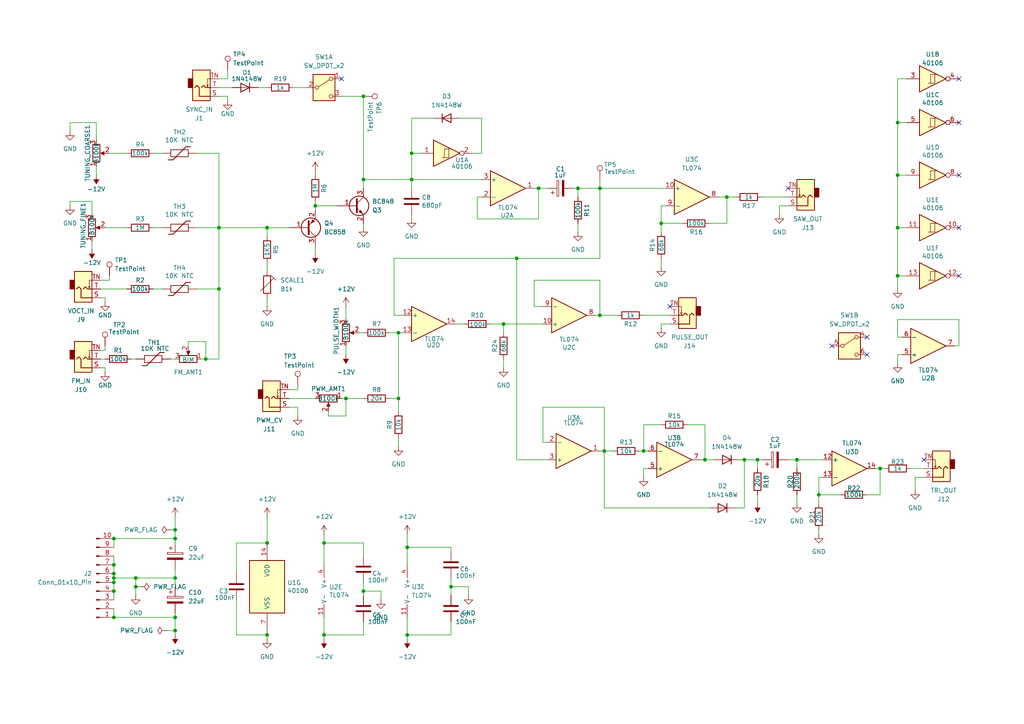
<source format=kicad_sch>
(kicad_sch (version 20231120) (generator "eeschema") (generator_version "8.0")
  (paper "A4")
  (title_block (title "MiniOSC") (rev "2.1") (company "benjiaomodular"))
  (junction (at 50.8 179.07))
  (junction (at 260.35 50.8))
  (junction (at 33.02 179.07))
  (junction (at 237.49 143.51))
  (junction (at 39.37 170.18))
  (junction (at 77.47 66.04))
  (junction (at 50.8 182.88))
  (junction (at 50.8 167.64))
  (junction (at 105.41 171.45))
  (junction (at 59.69 104.14))
  (junction (at 105.41 27.94))
  (junction (at 115.57 96.52))
  (junction (at 33.02 156.21))
  (junction (at 100.33 115.57))
  (junction (at 119.38 44.45))
  (junction (at 33.02 171.45))
  (junction (at 260.35 80.01))
  (junction (at 39.37 167.64))
  (junction (at 210.82 57.15))
  (junction (at 63.5 83.82))
  (junction (at 260.35 66.04))
  (junction (at 186.69 130.81))
  (junction (at 33.02 168.91))
  (junction (at 130.81 170.18))
  (junction (at 63.5 66.04))
  (junction (at 146.05 93.98))
  (junction (at 118.11 158.75))
  (junction (at 149.86 74.93))
  (junction (at 93.98 157.48))
  (junction (at 105.41 52.07))
  (junction (at 156.21 54.61))
  (junction (at 91.44 59.69))
  (junction (at 255.27 135.89))
  (junction (at 50.8 153.67))
  (junction (at 173.99 91.44))
  (junction (at 33.02 167.64))
  (junction (at 33.02 163.83))
  (junction (at 93.98 184.15))
  (junction (at 173.99 54.61))
  (junction (at 118.11 184.15))
  (junction (at 77.47 157.48))
  (junction (at 191.77 64.77))
  (junction (at 167.64 54.61))
  (junction (at 215.9 133.35))
  (junction (at 175.26 130.81))
  (junction (at 204.47 133.35))
  (junction (at 33.02 166.37))
  (junction (at 219.71 133.35))
  (junction (at 260.35 35.56))
  (junction (at 50.8 156.21))
  (junction (at 77.47 184.15))
  (junction (at 115.57 115.57))
  (junction (at 231.14 133.35))
  (junction (at 119.38 52.07))
  (no_connect (at 241.3 100.33))
  (no_connect (at 278.13 35.56))
  (no_connect (at 251.46 102.87))
  (no_connect (at 194.31 88.9))
  (no_connect (at 278.13 50.8))
  (no_connect (at 278.13 66.04))
  (no_connect (at 251.46 97.79))
  (no_connect (at 228.6 54.61))
  (no_connect (at 278.13 80.01))
  (no_connect (at 99.06 22.86))
  (no_connect (at 267.97 133.35))
  (no_connect (at 278.13 22.86))
  (wire (pts (xy 173.99 52.07) (xy 173.99 54.61)))
  (wire (pts (xy 20.32 58.42) (xy 20.32 59.69)))
  (wire (pts (xy 119.38 34.29) (xy 125.73 34.29)))
  (wire (pts (xy 260.35 66.04) (xy 262.89 66.04)))
  (wire (pts (xy 77.47 68.58) (xy 77.47 66.04)))
  (wire (pts (xy 255.27 135.89) (xy 255.27 143.51)))
  (wire (pts (xy 231.14 133.35) (xy 238.76 133.35)))
  (wire (pts (xy 146.05 93.98) (xy 157.48 93.98)))
  (wire (pts (xy 237.49 153.67) (xy 237.49 154.94)))
  (wire (pts (xy 260.35 50.8) (xy 260.35 66.04)))
  (wire (pts (xy 115.57 127) (xy 115.57 129.54)))
  (wire (pts (xy 119.38 44.45) (xy 121.92 44.45)))
  (wire (pts (xy 186.69 130.81) (xy 187.96 130.81)))
  (wire (pts (xy 38.1 104.14) (xy 39.37 104.14)))
  (wire (pts (xy 118.11 184.15) (xy 130.81 184.15)))
  (wire (pts (xy 93.98 179.07) (xy 93.98 184.15)))
  (wire (pts (xy 260.35 35.56) (xy 262.89 35.56)))
  (wire (pts (xy 68.58 157.48) (xy 68.58 166.37)))
  (wire (pts (xy 237.49 138.43) (xy 237.49 143.51)))
  (wire (pts (xy 105.41 180.34) (xy 105.41 184.15)))
  (wire (pts (xy 95.25 119.38) (xy 95.25 120.65)))
  (wire (pts (xy 30.48 101.6) (xy 30.48 100.33)))
  (wire (pts (xy 205.74 147.32) (xy 175.26 147.32)))
  (wire (pts (xy 66.04 20.32) (xy 66.04 22.86)))
  (wire (pts (xy 105.41 64.77) (xy 105.41 66.04)))
  (wire (pts (xy 68.58 184.15) (xy 77.47 184.15)))
  (wire (pts (xy 255.27 135.89) (xy 256.54 135.89)))
  (wire (pts (xy 50.8 182.88) (xy 50.8 184.15)))
  (wire (pts (xy 50.8 156.21) (xy 50.8 157.48)))
  (wire (pts (xy 219.71 133.35) (xy 219.71 135.89)))
  (wire (pts (xy 173.99 54.61) (xy 173.99 74.93)))
  (wire (pts (xy 30.48 106.68) (xy 30.48 107.95)))
  (wire (pts (xy 191.77 93.98) (xy 191.77 95.25)))
  (wire (pts (xy 63.5 44.45) (xy 63.5 66.04)))
  (wire (pts (xy 115.57 96.52) (xy 116.84 96.52)))
  (wire (pts (xy 33.02 167.64) (xy 33.02 168.91)))
  (wire (pts (xy 115.57 115.57) (xy 115.57 119.38)))
  (wire (pts (xy 33.02 158.75) (xy 33.02 156.21)))
  (wire (pts (xy 210.82 57.15) (xy 210.82 64.77)))
  (wire (pts (xy 173.99 130.81) (xy 175.26 130.81)))
  (wire (pts (xy 83.82 113.03) (xy 86.36 113.03)))
  (wire (pts (xy 57.15 44.45) (xy 63.5 44.45)))
  (wire (pts (xy 146.05 93.98) (xy 146.05 96.52)))
  (wire (pts (xy 31.75 81.28) (xy 29.21 81.28)))
  (wire (pts (xy 39.37 170.18) (xy 39.37 172.72)))
  (wire (pts (xy 39.37 167.64) (xy 39.37 170.18)))
  (wire (pts (xy 255.27 135.89) (xy 254 135.89)))
  (wire (pts (xy 50.8 149.86) (xy 50.8 153.67)))
  (wire (pts (xy 267.97 138.43) (xy 265.43 138.43)))
  (wire (pts (xy 255.27 143.51) (xy 251.46 143.51)))
  (wire (pts (xy 91.44 71.12) (xy 91.44 73.66)))
  (wire (pts (xy 146.05 104.14) (xy 146.05 106.68)))
  (wire (pts (xy 130.81 170.18) (xy 135.89 170.18)))
  (wire (pts (xy 172.72 91.44) (xy 173.99 91.44)))
  (wire (pts (xy 91.44 50.8) (xy 91.44 49.53)))
  (wire (pts (xy 57.15 83.82) (xy 63.5 83.82)))
  (wire (pts (xy 265.43 138.43) (xy 265.43 142.24)))
  (wire (pts (xy 194.31 93.98) (xy 191.77 93.98)))
  (wire (pts (xy 186.69 123.19) (xy 186.69 130.81)))
  (wire (pts (xy 191.77 74.93) (xy 191.77 77.47)))
  (wire (pts (xy 30.48 66.04) (xy 36.83 66.04)))
  (wire (pts (xy 130.81 167.64) (xy 130.81 170.18)))
  (wire (pts (xy 91.44 58.42) (xy 91.44 59.69)))
  (wire (pts (xy 33.02 179.07) (xy 33.02 176.53)))
  (wire (pts (xy 63.5 66.04) (xy 63.5 83.82)))
  (wire (pts (xy 175.26 130.81) (xy 177.8 130.81)))
  (wire (pts (xy 54.61 99.06) (xy 59.69 99.06)))
  (wire (pts (xy 166.37 54.61) (xy 167.64 54.61)))
  (wire (pts (xy 214.63 133.35) (xy 215.9 133.35)))
  (wire (pts (xy 63.5 25.4) (xy 67.31 25.4)))
  (wire (pts (xy 114.3 74.93) (xy 114.3 91.44)))
  (wire (pts (xy 33.02 156.21) (xy 50.8 156.21)))
  (wire (pts (xy 66.04 27.94) (xy 66.04 29.21)))
  (wire (pts (xy 105.41 52.07) (xy 105.41 54.61)))
  (wire (pts (xy 66.04 22.86) (xy 63.5 22.86)))
  (wire (pts (xy 68.58 157.48) (xy 77.47 157.48)))
  (wire (pts (xy 193.04 59.69) (xy 191.77 59.69)))
  (wire (pts (xy 59.69 104.14) (xy 58.42 104.14)))
  (wire (pts (xy 119.38 52.07) (xy 139.7 52.07)))
  (wire (pts (xy 50.8 165.1) (xy 50.8 167.64)))
  (wire (pts (xy 260.35 22.86) (xy 260.35 35.56)))
  (wire (pts (xy 156.21 54.61) (xy 154.94 54.61)))
  (wire (pts (xy 83.82 115.57) (xy 91.44 115.57)))
  (wire (pts (xy 186.69 135.89) (xy 186.69 138.43)))
  (wire (pts (xy 105.41 171.45) (xy 110.49 171.45)))
  (wire (pts (xy 260.35 102.87) (xy 261.62 102.87)))
  (wire (pts (xy 77.47 182.88) (xy 77.47 184.15)))
  (wire (pts (xy 173.99 81.28) (xy 173.99 91.44)))
  (wire (pts (xy 167.64 54.61) (xy 167.64 57.15)))
  (wire (pts (xy 154.94 88.9) (xy 154.94 81.28)))
  (wire (pts (xy 100.33 115.57) (xy 100.33 120.65)))
  (wire (pts (xy 77.47 149.86) (xy 77.47 157.48)))
  (wire (pts (xy 191.77 64.77) (xy 198.12 64.77)))
  (wire (pts (xy 86.36 111.76) (xy 86.36 113.03)))
  (wire (pts (xy 204.47 123.19) (xy 199.39 123.19)))
  (wire (pts (xy 119.38 44.45) (xy 119.38 34.29)))
  (wire (pts (xy 278.13 92.71) (xy 260.35 92.71)))
  (wire (pts (xy 39.37 167.64) (xy 50.8 167.64)))
  (wire (pts (xy 118.11 184.15) (xy 118.11 185.42)))
  (wire (pts (xy 228.6 59.69) (xy 226.06 59.69)))
  (wire (pts (xy 33.02 161.29) (xy 33.02 163.83)))
  (wire (pts (xy 119.38 52.07) (xy 119.38 54.61)))
  (wire (pts (xy 105.41 161.29) (xy 105.41 157.48)))
  (wire (pts (xy 142.24 93.98) (xy 146.05 93.98)))
  (wire (pts (xy 149.86 133.35) (xy 158.75 133.35)))
  (wire (pts (xy 118.11 158.75) (xy 118.11 163.83)))
  (wire (pts (xy 157.48 128.27) (xy 158.75 128.27)))
  (wire (pts (xy 208.28 57.15) (xy 210.82 57.15)))
  (wire (pts (xy 210.82 57.15) (xy 213.36 57.15)))
  (wire (pts (xy 119.38 52.07) (xy 105.41 52.07)))
  (wire (pts (xy 26.67 69.85) (xy 26.67 72.39)))
  (wire (pts (xy 91.44 59.69) (xy 97.79 59.69)))
  (wire (pts (xy 264.16 135.89) (xy 267.97 135.89)))
  (wire (pts (xy 215.9 133.35) (xy 215.9 147.32)))
  (wire (pts (xy 167.64 54.61) (xy 173.99 54.61)))
  (wire (pts (xy 175.26 130.81) (xy 175.26 118.11)))
  (wire (pts (xy 220.98 57.15) (xy 228.6 57.15)))
  (wire (pts (xy 93.98 184.15) (xy 93.98 185.42)))
  (wire (pts (xy 63.5 83.82) (xy 63.5 104.14)))
  (wire (pts (xy 135.89 170.18) (xy 135.89 172.72)))
  (wire (pts (xy 204.47 133.35) (xy 203.2 133.35)))
  (wire (pts (xy 105.41 157.48) (xy 93.98 157.48)))
  (wire (pts (xy 50.8 167.64) (xy 50.8 170.18)))
  (wire (pts (xy 132.08 93.98) (xy 134.62 93.98)))
  (wire (pts (xy 93.98 157.48) (xy 93.98 163.83)))
  (wire (pts (xy 105.41 27.94) (xy 105.41 52.07)))
  (wire (pts (xy 20.32 35.56) (xy 27.94 35.56)))
  (wire (pts (xy 173.99 91.44) (xy 179.07 91.44)))
  (wire (pts (xy 118.11 154.94) (xy 118.11 158.75)))
  (wire (pts (xy 44.45 83.82) (xy 46.99 83.82)))
  (wire (pts (xy 154.94 88.9) (xy 157.48 88.9)))
  (wire (pts (xy 63.5 27.94) (xy 66.04 27.94)))
  (wire (pts (xy 77.47 184.15) (xy 77.47 185.42)))
  (wire (pts (xy 237.49 143.51) (xy 237.49 146.05)))
  (wire (pts (xy 118.11 158.75) (xy 130.81 158.75)))
  (wire (pts (xy 139.7 44.45) (xy 137.16 44.45)))
  (wire (pts (xy 100.33 120.65) (xy 95.25 120.65)))
  (wire (pts (xy 157.48 118.11) (xy 157.48 128.27)))
  (wire (pts (xy 86.36 118.11) (xy 86.36 120.65)))
  (wire (pts (xy 91.44 59.69) (xy 91.44 60.96)))
  (wire (pts (xy 205.74 64.77) (xy 210.82 64.77)))
  (wire (pts (xy 85.09 25.4) (xy 88.9 25.4)))
  (wire (pts (xy 57.15 66.04) (xy 63.5 66.04)))
  (wire (pts (xy 119.38 62.23) (xy 119.38 63.5)))
  (wire (pts (xy 77.47 66.04) (xy 83.82 66.04)))
  (wire (pts (xy 154.94 81.28) (xy 173.99 81.28)))
  (wire (pts (xy 113.03 115.57) (xy 115.57 115.57)))
  (wire (pts (xy 50.8 177.8) (xy 50.8 179.07)))
  (wire (pts (xy 27.94 48.26) (xy 27.94 50.8)))
  (wire (pts (xy 27.94 35.56) (xy 27.94 40.64)))
  (wire (pts (xy 99.06 115.57) (xy 100.33 115.57)))
  (wire (pts (xy 63.5 66.04) (xy 77.47 66.04)))
  (wire (pts (xy 204.47 123.19) (xy 204.47 133.35)))
  (wire (pts (xy 115.57 96.52) (xy 115.57 115.57)))
  (wire (pts (xy 26.67 58.42) (xy 20.32 58.42)))
  (wire (pts (xy 260.35 80.01) (xy 262.89 80.01)))
  (wire (pts (xy 100.33 88.9) (xy 100.33 92.71)))
  (wire (pts (xy 173.99 54.61) (xy 193.04 54.61)))
  (wire (pts (xy 29.21 104.14) (xy 30.48 104.14)))
  (wire (pts (xy 77.47 76.2) (xy 77.47 78.74)))
  (wire (pts (xy 276.86 100.33) (xy 278.13 100.33)))
  (wire (pts (xy 29.21 83.82) (xy 36.83 83.82)))
  (wire (pts (xy 31.75 80.01) (xy 31.75 81.28)))
  (wire (pts (xy 260.35 97.79) (xy 261.62 97.79)))
  (wire (pts (xy 20.32 35.56) (xy 20.32 38.1)))
  (wire (pts (xy 77.47 86.36) (xy 77.47 88.9)))
  (wire (pts (xy 185.42 130.81) (xy 186.69 130.81)))
  (wire (pts (xy 175.26 118.11) (xy 157.48 118.11)))
  (wire (pts (xy 130.81 158.75) (xy 130.81 160.02)))
  (wire (pts (xy 29.21 101.6) (xy 30.48 101.6)))
  (wire (pts (xy 105.41 168.91) (xy 105.41 171.45)))
  (wire (pts (xy 237.49 143.51) (xy 243.84 143.51)))
  (wire (pts (xy 68.58 173.99) (xy 68.58 184.15)))
  (wire (pts (xy 138.43 57.15) (xy 138.43 63.5)))
  (wire (pts (xy 30.48 86.36) (xy 30.48 87.63)))
  (wire (pts (xy 74.93 25.4) (xy 77.47 25.4)))
  (wire (pts (xy 113.03 96.52) (xy 115.57 96.52)))
  (wire (pts (xy 130.81 170.18) (xy 130.81 172.72)))
  (wire (pts (xy 50.8 153.67) (xy 50.8 156.21)))
  (wire (pts (xy 149.86 74.93) (xy 173.99 74.93)))
  (wire (pts (xy 33.02 166.37) (xy 33.02 167.64)))
  (wire (pts (xy 213.36 147.32) (xy 215.9 147.32)))
  (wire (pts (xy 48.26 182.88) (xy 50.8 182.88)))
  (wire (pts (xy 26.67 62.23) (xy 26.67 58.42)))
  (wire (pts (xy 191.77 64.77) (xy 191.77 67.31)))
  (wire (pts (xy 54.61 100.33) (xy 54.61 99.06)))
  (wire (pts (xy 278.13 100.33) (xy 278.13 92.71)))
  (wire (pts (xy 105.41 96.52) (xy 104.14 96.52)))
  (wire (pts (xy 187.96 135.89) (xy 186.69 135.89)))
  (wire (pts (xy 260.35 22.86) (xy 262.89 22.86)))
  (wire (pts (xy 114.3 91.44) (xy 116.84 91.44)))
  (wire (pts (xy 33.02 179.07) (xy 50.8 179.07)))
  (wire (pts (xy 63.5 104.14) (xy 59.69 104.14)))
  (wire (pts (xy 260.35 92.71) (xy 260.35 97.79)))
  (wire (pts (xy 186.69 91.44) (xy 194.31 91.44)))
  (wire (pts (xy 59.69 99.06) (xy 59.69 104.14)))
  (wire (pts (xy 260.35 66.04) (xy 260.35 80.01)))
  (wire (pts (xy 33.02 171.45) (xy 33.02 173.99)))
  (wire (pts (xy 133.35 34.29) (xy 139.7 34.29)))
  (wire (pts (xy 139.7 34.29) (xy 139.7 44.45)))
  (wire (pts (xy 149.86 74.93) (xy 149.86 133.35)))
  (wire (pts (xy 139.7 57.15) (xy 138.43 57.15)))
  (wire (pts (xy 83.82 118.11) (xy 86.36 118.11)))
  (wire (pts (xy 33.02 163.83) (xy 33.02 166.37)))
  (wire (pts (xy 110.49 171.45) (xy 110.49 173.99)))
  (wire (pts (xy 100.33 115.57) (xy 105.41 115.57)))
  (wire (pts (xy 118.11 179.07) (xy 118.11 184.15)))
  (wire (pts (xy 100.33 100.33) (xy 100.33 102.87)))
  (wire (pts (xy 29.21 106.68) (xy 30.48 106.68)))
  (wire (pts (xy 228.6 133.35) (xy 231.14 133.35)))
  (wire (pts (xy 44.45 66.04) (xy 46.99 66.04)))
  (wire (pts (xy 93.98 184.15) (xy 105.41 184.15)))
  (wire (pts (xy 99.06 27.94) (xy 105.41 27.94)))
  (wire (pts (xy 204.47 133.35) (xy 207.01 133.35)))
  (wire (pts (xy 50.8 179.07) (xy 50.8 182.88)))
  (wire (pts (xy 49.53 153.67) (xy 50.8 153.67)))
  (wire (pts (xy 29.21 86.36) (xy 30.48 86.36)))
  (wire (pts (xy 119.38 52.07) (xy 119.38 44.45)))
  (wire (pts (xy 260.35 50.8) (xy 262.89 50.8)))
  (wire (pts (xy 260.35 83.82) (xy 260.35 80.01)))
  (wire (pts (xy 156.21 54.61) (xy 158.75 54.61)))
  (wire (pts (xy 167.64 64.77) (xy 167.64 67.31)))
  (wire (pts (xy 44.45 44.45) (xy 46.99 44.45)))
  (wire (pts (xy 175.26 130.81) (xy 175.26 147.32)))
  (wire (pts (xy 93.98 154.94) (xy 93.98 157.48)))
  (wire (pts (xy 156.21 63.5) (xy 156.21 54.61)))
  (wire (pts (xy 237.49 138.43) (xy 238.76 138.43)))
  (wire (pts (xy 33.02 167.64) (xy 39.37 167.64)))
  (wire (pts (xy 138.43 63.5) (xy 156.21 63.5)))
  (wire (pts (xy 49.53 104.14) (xy 50.8 104.14)))
  (wire (pts (xy 219.71 143.51) (xy 219.71 146.05)))
  (wire (pts (xy 215.9 133.35) (xy 219.71 133.35)))
  (wire (pts (xy 226.06 59.69) (xy 226.06 62.23)))
  (wire (pts (xy 191.77 123.19) (xy 186.69 123.19)))
  (wire (pts (xy 219.71 133.35) (xy 220.98 133.35)))
  (wire (pts (xy 31.75 44.45) (xy 36.83 44.45)))
  (wire (pts (xy 260.35 35.56) (xy 260.35 50.8)))
  (wire (pts (xy 33.02 168.91) (xy 33.02 171.45)))
  (wire (pts (xy 260.35 102.87) (xy 260.35 105.41)))
  (wire (pts (xy 231.14 143.51) (xy 231.14 146.05)))
  (wire (pts (xy 231.14 133.35) (xy 231.14 135.89)))
  (wire (pts (xy 114.3 74.93) (xy 149.86 74.93)))
  (wire (pts (xy 130.81 180.34) (xy 130.81 184.15)))
  (wire (pts (xy 191.77 59.69) (xy 191.77 64.77)))
  (wire (pts (xy 39.37 170.18) (xy 40.64 170.18)))
  (wire (pts (xy 105.41 171.45) (xy 105.41 172.72)))
  (symbol (lib_id "Device:R") (at 40.64 44.45 270) (unit 1)
    (property "Reference" "R4" (at 40.64 41.91 90))
    (property "Value" "100k" (at 40.64 44.45 90))
    (property "Footprint" "Resistor_SMD:R_0603_1608Metric_Pad0.98x0.95mm_HandSolder" (effects (hide yes)))
    (property "URL" "https://mou.sr/4el3qXS" (effects (hide yes)))
  )
  (symbol (lib_id "Device:R") (at 40.64 66.04 270) (unit 1)
    (property "Reference" "R3" (at 40.64 63.5 90))
    (property "Value" "1M" (at 40.64 66.04 90))
    (property "Footprint" "Resistor_SMD:R_0603_1608Metric_Pad0.98x0.95mm_HandSolder" (effects (hide yes)))
    (property "URL" "https://mou.sr/3Znalvs" (effects (hide yes)))
  )
  (symbol (lib_id "Device:R") (at 40.64 83.82 270) (unit 1)
    (property "Reference" "R2" (at 40.64 81.28 90))
    (property "Value" "100k" (at 40.64 83.82 90))
    (property "Footprint" "Resistor_SMD:R_0603_1608Metric_Pad0.98x0.95mm_HandSolder" (effects (hide yes)))
    (property "URL" "https://mou.sr/4el3qXS" (effects (hide yes)))
  )
  (symbol (lib_id "Device:R") (at 34.29 104.14 270) (unit 1)
    (property "Reference" "R1" (at 34.29 101.6 90))
    (property "Value" "100k" (at 34.29 104.14 90))
    (property "Footprint" "Resistor_SMD:R_0603_1608Metric_Pad0.98x0.95mm_HandSolder" (effects (hide yes)))
    (property "URL" "https://mou.sr/4el3qXS" (effects (hide yes)))
  )
  (symbol (lib_id "Device:Thermistor") (at 44.45 104.14 270) (unit 1)
    (property "Reference" "TH1" (at 44.704 99.314 90))
    (property "Value" "10K NTC" (at 44.958 101.092 90))
    (property "Footprint" "Resistor_SMD:R_0805_2012Metric_Pad1.20x1.40mm_HandSolder" (effects (hide yes)))
    (property "URL" "https://mou.sr/4el3hDO" (effects (hide yes)))
  )
  (symbol (lib_id "Device:Thermistor") (at 52.07 83.82 270) (unit 1)
    (property "Reference" "TH4" (at 52.07 77.6732 90))
    (property "Value" "10K NTC" (at 52.07 79.9846 90))
    (property "Footprint" "Resistor_SMD:R_0805_2012Metric_Pad1.20x1.40mm_HandSolder" (effects (hide yes)))
    (property "URL" "https://mou.sr/4el3hDO" (effects (hide yes)))
  )
  (symbol (lib_id "Device:Thermistor") (at 52.07 66.04 270) (unit 1)
    (property "Reference" "TH3" (at 52.07 59.8932 90))
    (property "Value" "10K NTC" (at 52.07 62.2046 90))
    (property "Footprint" "Resistor_SMD:R_0805_2012Metric_Pad1.20x1.40mm_HandSolder" (effects (hide yes)))
    (property "URL" "https://mou.sr/4el3hDO" (effects (hide yes)))
  )
  (symbol (lib_id "Device:Thermistor") (at 52.07 44.45 270) (unit 1)
    (property "Reference" "TH2" (at 52.07 38.3032 90))
    (property "Value" "10K NTC" (at 52.07 40.6146 90))
    (property "Footprint" "Resistor_SMD:R_0805_2012Metric_Pad1.20x1.40mm_HandSolder" (effects (hide yes)))
    (property "URL" "https://mou.sr/4el3hDO" (effects (hide yes)))
  )
  (symbol (lib_id "Device:R") (at 77.47 72.39 180) (unit 1)
    (property "Reference" "R5" (at 80.01 72.39 90))
    (property "Value" "1K5" (at 77.47 72.39 90))
    (property "Footprint" "Resistor_SMD:R_0603_1608Metric_Pad0.98x0.95mm_HandSolder" (effects (hide yes)))
    (property "URL" "https://mou.sr/3zoxpz1" (effects (hide yes)))
  )
  (symbol (lib_id "Device:R") (at 91.44 54.61 180) (unit 1)
    (property "Reference" "R6" (at 93.98 54.61 90))
    (property "Value" "1M" (at 91.44 54.61 90))
    (property "Footprint" "Resistor_SMD:R_0603_1608Metric_Pad0.98x0.95mm_HandSolder" (effects (hide yes)))
    (property "URL" "https://mou.sr/3Znalvs" (effects (hide yes)))
  )
  (symbol (lib_id "4xxx:40106") (at 129.54 44.45 0) (unit 1)
    (property "Reference" "U1" (at 133.985 46.355 0))
    (property "Value" "40106" (at 133.985 48.26 0))
    (property "Footprint" "Package_SO:SOIC-14_3.9x8.7mm_P1.27mm" (effects (hide yes)))
    (property "Datasheet" "https://assets.nexperia.com/documents/data-sheet/HEF40106B.pdf" (effects (hide yes)))
    (property "URL" "https://mou.sr/47m5xIo" (effects (hide yes)))
  )
  (symbol (lib_id "Device:C") (at 119.38 58.42 0) (unit 1)
    (property "Reference" "C8" (at 122.301 57.2516 0) (effects (justify left)))
    (property "Value" "680pF" (at 122.301 59.563 0) (effects (justify left)))
    (property "Footprint" "Capacitor_SMD:C_0603_1608Metric_Pad1.08x0.95mm_HandSolder" (effects (hide yes)))
    (property "URL" "https://mou.sr/3zee3wG" (effects (hide yes)))
  )
  (symbol (lib_id "Amplifier_Operational:TL074") (at 147.32 54.61 0) (unit 1)
    (property "Reference" "U2" (at 147.066 62.484 0))
    (property "Value" "TL074" (at 147.32 60.198 0))
    (property "Footprint" "Package_SO:SOIC-14_3.9x8.7mm_P1.27mm" (effects (hide yes)))
    (property "Datasheet" "https://assets.nexperia.com/documents/data-sheet/HEF40106B.pdf" (effects (hide yes)))
    (property "URL" "https://mou.sr/3z6QVAe" (effects (hide yes)))
  )
  (symbol (lib_id "Amplifier_Operational:TL074") (at 269.24 100.33 0) (mirror x) (unit 2)
    (property "Reference" "U2" (at 269.24 109.6518 0))
    (property "Value" "TL074" (at 269.24 107.3404 0))
    (property "Footprint" "Package_SO:SOIC-14_3.9x8.7mm_P1.27mm" (effects (hide yes)))
    (property "Datasheet" "https://assets.nexperia.com/documents/data-sheet/HEF40106B.pdf" (effects (hide yes)))
    (property "URL" "https://mou.sr/3z6QVAe" (effects (hide yes)))
  )
  (symbol (lib_id "Amplifier_Operational:TL074") (at 165.1 91.44 0) (mirror x) (unit 3)
    (property "Reference" "U2" (at 165.1 100.7618 0))
    (property "Value" "TL074" (at 165.1 98.4504 0))
    (property "Footprint" "Package_SO:SOIC-14_3.9x8.7mm_P1.27mm" (effects (hide yes)))
    (property "Datasheet" "https://assets.nexperia.com/documents/data-sheet/HEF40106B.pdf" (effects (hide yes)))
    (property "URL" "https://mou.sr/3z6QVAe" (effects (hide yes)))
  )
  (symbol (lib_id "Device:R") (at 167.64 60.96 180) (unit 1)
    (property "Reference" "R11" (at 170.18 60.96 90))
    (property "Value" "100k" (at 167.64 60.96 90))
    (property "Footprint" "Resistor_SMD:R_0603_1608Metric_Pad0.98x0.95mm_HandSolder" (effects (hide yes)))
    (property "URL" "https://mou.sr/4el3qXS" (effects (hide yes)))
  )
  (symbol (lib_id "Device:R") (at 201.93 64.77 90) (unit 1)
    (property "Reference" "R16" (at 201.93 67.31 90))
    (property "Value" "100k" (at 201.93 64.77 90))
    (property "Footprint" "Resistor_SMD:R_0603_1608Metric_Pad0.98x0.95mm_HandSolder" (effects (hide yes)))
    (property "URL" "https://mou.sr/4el3qXS" (effects (hide yes)))
  )
  (symbol (lib_id "Device:R") (at 191.77 71.12 0) (unit 1)
    (property "Reference" "R14" (at 189.23 71.12 90))
    (property "Value" "68k" (at 191.77 71.12 90))
    (property "Footprint" "Resistor_SMD:R_0603_1608Metric_Pad0.98x0.95mm_HandSolder" (effects (hide yes)))
    (property "URL" "https://mou.sr/4ebt4y6" (effects (hide yes)))
  )
  (symbol (lib_id "Device:R") (at 217.17 57.15 90) (unit 1)
    (property "Reference" "R17" (at 217.17 59.69 90))
    (property "Value" "1k" (at 217.17 57.15 90))
    (property "Footprint" "Resistor_SMD:R_0603_1608Metric_Pad0.98x0.95mm_HandSolder" (effects (hide yes)))
    (property "URL" "https://mou.sr/3MKtPCB" (effects (hide yes)))
  )
  (symbol (lib_id "Device:R") (at 138.43 93.98 270) (unit 1)
    (property "Reference" "R10" (at 138.43 91.44 90))
    (property "Value" "100k" (at 138.557 94.107 90))
    (property "Footprint" "Resistor_SMD:R_0603_1608Metric_Pad0.98x0.95mm_HandSolder" (effects (hide yes)))
    (property "URL" "https://mou.sr/4el3qXS" (effects (hide yes)))
  )
  (symbol (lib_id "Device:R") (at 182.88 91.44 90) (unit 1)
    (property "Reference" "R12" (at 182.88 93.98 90))
    (property "Value" "1k" (at 182.88 91.44 90))
    (property "Footprint" "Resistor_SMD:R_0603_1608Metric_Pad0.98x0.95mm_HandSolder" (effects (hide yes)))
    (property "URL" "https://mou.sr/3MKtPCB" (effects (hide yes)))
  )
  (symbol (lib_id "Device:C_Polarized") (at 50.8 161.29 0) (unit 1)
    (property "Reference" "C9" (at 54.61 159.1309 0) (effects (justify left)))
    (property "Value" "22uF" (at 54.61 161.6709 0) (effects (justify left)))
    (property "Footprint" "Capacitor_SMD:CP_Elec_4x5.8" (effects (hide yes)))
    (property "Description" "Polarized capacitor" (effects (hide yes)))
    (property "URL" "https://mou.sr/4ekMqRc" (effects (hide yes)))
  )
  (symbol (lib_id "power:GND") (at 191.77 95.25 0) (unit 1)
    (property "Reference" "#PWR033" (effects (hide yes)))
    (property "Value" "GND" (at 191.77 100.33 0))
    (property "Description" "Power symbol creates a global label with name \"GND\" , ground" (effects (hide yes)))
  )
  (symbol (lib_id "Diode:1N4148W") (at 209.55 147.32 180) (unit 1)
    (property "Reference" "D2" (at 209.55 140.97 0))
    (property "Value" "1N4148W" (at 209.55 143.51 0))
    (property "Footprint" "Diode_SMD:D_SOD-123" (effects (hide yes)))
    (property "Datasheet" "https://www.vishay.com/docs/85748/1n4148w.pdf" (effects (hide yes)))
    (property "Description" "75V 0.15A Fast Switching Diode, SOD-123" (effects (hide yes)))
    (property "Sim.Device" "D" (effects (hide yes)))
    (property "Sim.Pins" "1=K 2=A" (effects (hide yes)))
    (property "URL" "https://mou.sr/3XEhTbD" (effects (hide yes)))
  )
  (symbol (lib_id "Connector:TestPoint") (at 30.48 100.33 0) (unit 1)
    (property "Reference" "TP2" (at 32.766 94.234 0) (effects (justify left)))
    (property "Value" "TestPoint" (at 31.496 96.266 0) (effects (justify left)))
    (property "Footprint" "Connector_Wire:SolderWirePad_1x01_SMD_1x2mm" (effects (hide yes)))
    (property "Description" "test point" (effects (hide yes)))
  )
  (symbol (lib_name "+12V_1") (lib_id "power:+12V") (at 50.8 149.86 0) (unit 1)
    (property "Reference" "#PWR020" (effects (hide yes)))
    (property "Value" "+12V" (at 50.8 144.78 0))
    (property "Description" "Power symbol creates a global label with name \"+12V\"" (effects (hide yes)))
  )
  (symbol (lib_id "4xxx:40106") (at 270.51 22.86 0) (unit 2)
    (property "Reference" "U1" (at 270.51 15.748 0))
    (property "Value" "40106" (at 270.51 18.288 0))
    (property "Footprint" "Package_SO:SOIC-14_3.9x8.7mm_P1.27mm" (effects (hide yes)))
    (property "Datasheet" "https://assets.nexperia.com/documents/data-sheet/HEF40106B.pdf" (effects (hide yes)))
    (property "URL" "https://mou.sr/47m5xIo" (effects (hide yes)))
  )
  (symbol (lib_id "Device:R") (at 146.05 100.33 0) (unit 1)
    (property "Reference" "R24" (at 143.51 100.33 90))
    (property "Value" "68k" (at 146.05 100.33 90))
    (property "Footprint" "Resistor_SMD:R_0603_1608Metric_Pad0.98x0.95mm_HandSolder" (effects (hide yes)))
    (property "URL" "https://mou.sr/3ToI2ZD" (effects (hide yes)))
  )
  (symbol (lib_id "benjiaomodular:PJ3001F") (at 199.39 91.44 180) (unit 1)
    (property "Reference" "J14" (at 200.025 100.33 0))
    (property "Value" "PULSE_OUT" (at 200.025 97.79 0))
    (property "Footprint" "benjiaomodular:AudioJack_3.5mm" (effects (hide yes)))
    (property "Description" "Audio Jack, 2 Poles (Mono / TS), Switched T Pole (Normalling)" (effects (hide yes)))
    (property "URL" "https://www.taydaelectronics.com/pj-3001f-3-5-mm-mono-phone-jack.html" (effects (hide yes)))
  )
  (symbol (lib_id "Device:R_Potentiometer") (at 100.33 96.52 0) (mirror x) (unit 1)
    (property "Reference" "PULSE_WIDTH1" (at 97.536 102.87 90) (effects (justify right)))
    (property "Value" "B100k" (at 100.33 98.806 90) (effects (justify right)))
    (property "Footprint" "benjiaomodular:Potentiometer_RV09" (effects (hide yes)))
    (property "Description" "Potentiometer" (effects (hide yes)))
    (property "URL" "https://www.taydaelectronics.com/tayda-100k-ohm-linear-taper-potentiometer-round-shaft-pcb-9mm-6-35-mm.html" (effects (hide yes)))
  )
  (symbol (lib_id "Device:C") (at 130.81 163.83 0) (unit 1)
    (property "Reference" "C6" (at 133.35 165.1 0) (effects (justify left)))
    (property "Value" "100nF" (at 132.08 167.005 0) (effects (justify left)))
    (property "Footprint" "Capacitor_SMD:C_0805_2012Metric_Pad1.18x1.45mm_HandSolder" (effects (hide yes)))
    (property "URL" "https://mou.sr/4ekMsbM" (effects (hide yes)))
  )
  (symbol (lib_name "PWR_FLAG_1") (lib_id "power:PWR_FLAG") (at 40.64 170.18 270) (unit 1)
    (property "Reference" "#FLG02" (effects (hide yes)))
    (property "Value" "PWR_FLAG" (at 44.45 170.1799 90) (effects (justify left)))
    (property "Description" "Special symbol for telling ERC where power comes from" (effects (hide yes)))
  )
  (symbol (lib_id "Switch:SW_DPDT_x2") (at 246.38 100.33 0) (unit 2)
    (property "Reference" "SW1" (at 246.38 91.44 0))
    (property "Value" "SW_DPDT_x2" (at 246.38 93.98 0))
    (property "Footprint" "benjiaomodular:Button_KFC7x7" (effects (hide yes)))
    (property "Description" "Switch, dual pole double throw, separate symbols" (effects (hide yes)))
    (property "URL" "https://www.taydaelectronics.com/push-button-switch-dc-30v-0-1a-dpdt-7x7mm.html" (effects (hide yes)))
  )
  (symbol (lib_name "-12V_1") (lib_id "power:-12V") (at 93.98 185.42 180) (unit 1)
    (property "Reference" "#PWR014" (effects (hide yes)))
    (property "Value" "-12V" (at 93.98 190.5 0))
    (property "Description" "Power symbol creates a global label with name \"-12V\"" (effects (hide yes)))
  )
  (symbol (lib_id "Connector:TestPoint") (at 86.36 111.76 0) (unit 1)
    (property "Reference" "TP3" (at 82.296 103.378 0) (effects (justify left)))
    (property "Value" "TestPoint" (at 82.296 105.918 0) (effects (justify left)))
    (property "Footprint" "Connector_Wire:SolderWirePad_1x01_SMD_1x2mm" (effects (hide yes)))
    (property "Description" "test point" (effects (hide yes)))
  )
  (symbol (lib_id "Device:R") (at 231.14 139.7 180) (unit 1)
    (property "Reference" "R20" (at 229.235 139.7 90))
    (property "Value" "200k" (at 231.14 139.446 90))
    (property "Footprint" "Resistor_SMD:R_0603_1608Metric_Pad0.98x0.95mm_HandSolder" (effects (hide yes)))
    (property "URL" "https://mou.sr/3XFl5np" (effects (hide yes)))
  )
  (symbol (lib_name "-12V_1") (lib_id "power:-12V") (at 219.71 146.05 180) (unit 1)
    (property "Reference" "#PWR028" (effects (hide yes)))
    (property "Value" "-12V" (at 219.71 151.13 0))
    (property "Description" "Power symbol creates a global label with name \"-12V\"" (effects (hide yes)))
  )
  (symbol (lib_id "4xxx:40106") (at 270.51 80.01 0) (unit 6)
    (property "Reference" "U1" (at 270.51 71.9582 0))
    (property "Value" "40106" (at 270.51 74.2696 0))
    (property "Footprint" "Package_SO:SOIC-14_3.9x8.7mm_P1.27mm" (effects (hide yes)))
    (property "Datasheet" "https://assets.nexperia.com/documents/data-sheet/HEF40106B.pdf" (effects (hide yes)))
    (property "URL" "https://mou.sr/47m5xIo" (effects (hide yes)))
  )
  (symbol (lib_id "power:GND") (at 110.49 173.99 0) (unit 1)
    (property "Reference" "#PWR018" (effects (hide yes)))
    (property "Value" "GND" (at 110.49 179.07 0))
    (property "Description" "Power symbol creates a global label with name \"GND\" , ground" (effects (hide yes)))
  )
  (symbol (lib_id "Device:R") (at 195.58 123.19 270) (unit 1)
    (property "Reference" "R15" (at 195.58 120.65 90))
    (property "Value" "10k" (at 195.58 123.19 90))
    (property "Footprint" "Resistor_SMD:R_0603_1608Metric_Pad0.98x0.95mm_HandSolder" (effects (hide yes)))
    (property "URL" "https://mou.sr/3MINYsI" (effects (hide yes)))
  )
  (symbol (lib_id "power:GND") (at 191.77 77.47 0) (unit 1)
    (property "Reference" "#PWR034" (effects (hide yes)))
    (property "Value" "GND" (at 191.77 82.55 0))
    (property "Description" "Power symbol creates a global label with name \"GND\" , ground" (effects (hide yes)))
  )
  (symbol (lib_id "power:GND") (at 135.89 172.72 0) (unit 1)
    (property "Reference" "#PWR024" (effects (hide yes)))
    (property "Value" "GND" (at 135.89 177.8 0))
    (property "Description" "Power symbol creates a global label with name \"GND\" , ground" (effects (hide yes)))
  )
  (symbol (lib_id "Device:C") (at 105.41 165.1 0) (unit 1)
    (property "Reference" "C4" (at 107.95 166.37 0) (effects (justify left)))
    (property "Value" "100nF" (at 106.68 168.275 0) (effects (justify left)))
    (property "Footprint" "Capacitor_SMD:C_0805_2012Metric_Pad1.18x1.45mm_HandSolder" (effects (hide yes)))
    (property "URL" "https://mou.sr/4ekMsbM" (effects (hide yes)))
  )
  (symbol (lib_name "-12V_1") (lib_id "power:-12V") (at 118.11 185.42 180) (unit 1)
    (property "Reference" "#PWR022" (effects (hide yes)))
    (property "Value" "-12V" (at 118.11 190.5 0))
    (property "Description" "Power symbol creates a global label with name \"-12V\"" (effects (hide yes)))
  )
  (symbol (lib_name "-12V_1") (lib_id "power:-12V") (at 27.94 50.8 180) (unit 1)
    (property "Reference" "#PWR032" (effects (hide yes)))
    (property "Value" "-12V" (at 27.94 54.864 0))
    (property "Description" "Power symbol creates a global label with name \"-12V\"" (effects (hide yes)))
  )
  (symbol (lib_id "Switch:SW_DPDT_x2") (at 93.98 25.4 0) (unit 1)
    (property "Reference" "SW1" (at 93.98 16.51 0))
    (property "Value" "SW_DPDT_x2" (at 93.98 19.05 0))
    (property "Footprint" "benjiaomodular:Button_KFC7x7" (effects (hide yes)))
    (property "Description" "Switch, dual pole double throw, separate symbols" (effects (hide yes)))
    (property "URL" "https://www.taydaelectronics.com/push-button-switch-dc-30v-0-1a-dpdt-7x7mm.html" (effects (hide yes)))
  )
  (symbol (lib_id "benjiaomodular:PJ3001F") (at 24.13 83.82 0) (mirror x) (unit 1)
    (property "Reference" "J9" (at 23.495 92.71 0))
    (property "Value" "VOCT_IN" (at 23.495 90.17 0))
    (property "Footprint" "benjiaomodular:AudioJack_3.5mm" (effects (hide yes)))
    (property "Description" "Audio Jack, 2 Poles (Mono / TS), Switched T Pole (Normalling)" (effects (hide yes)))
    (property "URL" "https://www.taydaelectronics.com/pj-3001f-3-5-mm-mono-phone-jack.html" (effects (hide yes)))
  )
  (symbol (lib_id "power:GND") (at 20.32 38.1 0) (unit 1)
    (property "Reference" "#PWR036" (effects (hide yes)))
    (property "Value" "GND" (at 20.32 43.18 0))
    (property "Description" "Power symbol creates a global label with name \"GND\" , ground" (effects (hide yes)))
  )
  (symbol (lib_id "Device:C_Polarized") (at 224.79 133.35 90) (unit 1)
    (property "Reference" "C2" (at 224.79 127.508 90))
    (property "Value" "1uF" (at 224.79 129.286 90))
    (property "Footprint" "Capacitor_SMD:C_0805_2012Metric_Pad1.18x1.45mm_HandSolder" (effects (hide yes)))
    (property "Description" "Polarized capacitor" (effects (hide yes)))
    (property "URL" "https://mou.sr/3XEhBl3" (effects (hide yes)))
  )
  (symbol (lib_id "benjiaomodular:PJ3001F") (at 58.42 25.4 0) (mirror x) (unit 1)
    (property "Reference" "J1" (at 57.785 34.29 0))
    (property "Value" "SYNC_IN" (at 57.785 31.75 0))
    (property "Footprint" "benjiaomodular:AudioJack_3.5mm" (effects (hide yes)))
    (property "Description" "Audio Jack, 2 Poles (Mono / TS), Switched T Pole (Normalling)" (effects (hide yes)))
    (property "URL" "https://www.taydaelectronics.com/pj-3001f-3-5-mm-mono-phone-jack.html" (effects (hide yes)))
  )
  (symbol (lib_name "-12V_1") (lib_id "power:-12V") (at 26.67 72.39 180) (unit 1)
    (property "Reference" "#PWR04" (effects (hide yes)))
    (property "Value" "-12V" (at 26.67 76.2 0))
    (property "Description" "Power symbol creates a global label with name \"-12V\"" (effects (hide yes)))
  )
  (symbol (lib_id "Amplifier_Operational:TL074") (at 195.58 133.35 0) (mirror x) (unit 2)
    (property "Reference" "U3" (at 195.58 127 0))
    (property "Value" "TL074" (at 195.58 128.905 0))
    (property "Footprint" "Package_SO:SOIC-14_3.9x8.7mm_P1.27mm" (effects (hide yes)))
    (property "Datasheet" "http://www.ti.com/lit/ds/symlink/tl071.pdf" (effects (hide yes)))
    (property "URL" "https://mou.sr/3z6QVAe" (effects (hide yes)))
  )
  (symbol (lib_id "Connector:TestPoint") (at 66.04 20.32 0) (unit 1)
    (property "Reference" "TP4" (at 67.564 15.748 0) (effects (justify left)))
    (property "Value" "TestPoint" (at 67.564 18.288 0) (effects (justify left)))
    (property "Footprint" "Connector_Wire:SolderWirePad_1x01_SMD_1x2mm" (effects (hide yes)))
    (property "Description" "test point" (effects (hide yes)))
  )
  (symbol (lib_id "power:GND") (at 265.43 142.24 0) (unit 1)
    (property "Reference" "#PWR039" (effects (hide yes)))
    (property "Value" "GND" (at 265.43 147.32 0))
    (property "Description" "Power symbol creates a global label with name \"GND\" , ground" (effects (hide yes)))
  )
  (symbol (lib_name "+12V_1") (lib_id "power:+12V") (at 93.98 154.94 0) (unit 1)
    (property "Reference" "#PWR010" (effects (hide yes)))
    (property "Value" "+12V" (at 93.98 149.86 0))
    (property "Description" "Power symbol creates a global label with name \"+12V\"" (effects (hide yes)))
  )
  (symbol (lib_name "-12V_1") (lib_id "power:-12V") (at 50.8 184.15 180) (unit 1)
    (property "Reference" "#PWR09" (effects (hide yes)))
    (property "Value" "-12V" (at 50.8 189.23 0))
    (property "Description" "Power symbol creates a global label with name \"-12V\"" (effects (hide yes)))
  )
  (symbol (lib_id "Amplifier_Operational:TL074") (at 96.52 171.45 0) (unit 5)
    (property "Reference" "U2" (at 95.4532 170.2816 0) (effects (justify left)))
    (property "Value" "TL074" (at 95.4532 172.593 0) (effects (justify left)))
    (property "Footprint" "Package_SO:SOIC-14_3.9x8.7mm_P1.27mm" (effects (hide yes)))
    (property "Datasheet" "https://assets.nexperia.com/documents/data-sheet/HEF40106B.pdf" (effects (hide yes)))
    (property "URL" "https://mou.sr/3z6QVAe" (effects (hide yes)))
  )
  (symbol (lib_id "Device:R") (at 81.28 25.4 270) (unit 1)
    (property "Reference" "R19" (at 81.28 22.86 90))
    (property "Value" "1k" (at 81.28 25.4 90))
    (property "Footprint" "Resistor_SMD:R_0603_1608Metric_Pad0.98x0.95mm_HandSolder" (effects (hide yes)))
    (property "URL" "https://mou.sr/3MKtPCB" (effects (hide yes)))
  )
  (symbol (lib_id "Device:R_Potentiometer") (at 95.25 115.57 270) (unit 1)
    (property "Reference" "PWM_AMT1" (at 95.25 112.776 90))
    (property "Value" "B100k" (at 95.25 115.57 90))
    (property "Footprint" "benjiaomodular:Potentiometer_RV09" (effects (hide yes)))
    (property "Description" "Potentiometer" (effects (hide yes)))
    (property "URL" "https://www.taydaelectronics.com/100k-ohm-linear-taper-potentiometer-round-knurled-plastic-shaft-pcb-9mm.html" (effects (hide yes)))
  )
  (symbol (lib_id "4xxx:40106") (at 270.51 35.56 0) (unit 3)
    (property "Reference" "U1" (at 270.51 27.5082 0))
    (property "Value" "40106" (at 270.51 29.8196 0))
    (property "Footprint" "Package_SO:SOIC-14_3.9x8.7mm_P1.27mm" (effects (hide yes)))
    (property "Datasheet" "https://assets.nexperia.com/documents/data-sheet/HEF40106B.pdf" (effects (hide yes)))
    (property "URL" "https://mou.sr/47m5xIo" (effects (hide yes)))
  )
  (symbol (lib_id "4xxx:40106") (at 77.47 170.18 0) (unit 7)
    (property "Reference" "U1" (at 83.312 169.0116 0) (effects (justify left)))
    (property "Value" "40106" (at 83.312 171.323 0) (effects (justify left)))
    (property "Footprint" "Package_SO:SOIC-14_3.9x8.7mm_P1.27mm" (effects (hide yes)))
    (property "Datasheet" "https://assets.nexperia.com/documents/data-sheet/HEF40106B.pdf" (effects (hide yes)))
    (property "URL" "https://mou.sr/47m5xIo" (effects (hide yes)))
  )
  (symbol (lib_id "Device:R") (at 247.65 143.51 90) (unit 1)
    (property "Reference" "R22" (at 247.65 141.605 90))
    (property "Value" "100k" (at 247.65 143.51 90))
    (property "Footprint" "Resistor_SMD:R_0603_1608Metric_Pad0.98x0.95mm_HandSolder" (effects (hide yes)))
    (property "URL" "https://mou.sr/4el3qXS" (effects (hide yes)))
  )
  (symbol (lib_id "benjiaomodular:PJ3001F") (at 233.68 57.15 180) (unit 1)
    (property "Reference" "J13" (at 234.315 66.04 0))
    (property "Value" "SAW_OUT" (at 234.315 63.5 0))
    (property "Footprint" "benjiaomodular:AudioJack_3.5mm" (effects (hide yes)))
    (property "Description" "Audio Jack, 2 Poles (Mono / TS), Switched T Pole (Normalling)" (effects (hide yes)))
    (property "URL" "https://www.taydaelectronics.com/pj-3001f-3-5-mm-mono-phone-jack.html" (effects (hide yes)))
  )
  (symbol (lib_id "Diode:1N4148W") (at 129.54 34.29 0) (unit 1)
    (property "Reference" "D3" (at 129.54 27.94 0))
    (property "Value" "1N4148W" (at 129.54 30.48 0))
    (property "Footprint" "Diode_SMD:D_SOD-123" (effects (hide yes)))
    (property "Datasheet" "https://www.vishay.com/docs/85748/1n4148w.pdf" (effects (hide yes)))
    (property "Description" "75V 0.15A Fast Switching Diode, SOD-123" (effects (hide yes)))
    (property "Sim.Device" "D" (effects (hide yes)))
    (property "Sim.Pins" "1=K 2=A" (effects (hide yes)))
    (property "URL" "https://mou.sr/3XEhTbD" (effects (hide yes)))
  )
  (symbol (lib_id "Device:C_Polarized") (at 162.56 54.61 90) (unit 1)
    (property "Reference" "C1" (at 162.56 49.022 90))
    (property "Value" "1uF" (at 162.56 50.8 90))
    (property "Footprint" "Capacitor_SMD:C_0805_2012Metric_Pad1.18x1.45mm_HandSolder" (effects (hide yes)))
    (property "Description" "Polarized capacitor" (effects (hide yes)))
    (property "URL" "https://mou.sr/3XEhBl3" (effects (hide yes)))
  )
  (symbol (lib_id "Device:R") (at 237.49 149.86 0) (unit 1)
    (property "Reference" "R21" (at 235.585 149.86 90))
    (property "Value" "20k" (at 237.49 149.86 90))
    (property "Footprint" "Resistor_SMD:R_0603_1608Metric_Pad0.98x0.95mm_HandSolder" (effects (hide yes)))
    (property "URL" "https://mou.sr/3MINYsI" (effects (hide yes)))
  )
  (symbol (lib_id "power:GND") (at 66.04 29.21 0) (unit 1)
    (property "Reference" "#PWR017" (effects (hide yes)))
    (property "Value" "GND" (at 66.04 33.02 0))
    (property "Description" "Power symbol creates a global label with name \"GND\" , ground" (effects (hide yes)))
  )
  (symbol (lib_id "Connector:TestPoint") (at 31.75 80.01 0) (unit 1)
    (property "Reference" "TP1" (at 33.274 75.438 0) (effects (justify left)))
    (property "Value" "TestPoint" (at 33.274 77.978 0) (effects (justify left)))
    (property "Footprint" "Connector_Wire:SolderWirePad_1x01_SMD_1x2mm" (effects (hide yes)))
    (property "Description" "test point" (effects (hide yes)))
  )
  (symbol (lib_id "power:GND") (at 20.32 59.69 0) (unit 1)
    (property "Reference" "#PWR01" (effects (hide yes)))
    (property "Value" "GND" (at 20.32 64.77 0))
    (property "Description" "Power symbol creates a global label with name \"GND\" , ground" (effects (hide yes)))
  )
  (symbol (lib_id "Device:R_Potentiometer") (at 26.67 66.04 0) (mirror x) (unit 1)
    (property "Reference" "TUNING_FINE1" (at 24.13 72.136 90) (effects (justify right)))
    (property "Value" "B100k" (at 26.67 68.326 90) (effects (justify right)))
    (property "Footprint" "benjiaomodular:Potentiometer_RV09" (effects (hide yes)))
    (property "Description" "Potentiometer" (effects (hide yes)))
    (property "URL" "https://www.taydaelectronics.com/100k-ohm-linear-taper-potentiometer-round-knurled-plastic-shaft-pcb-9mm.html" (effects (hide yes)))
  )
  (symbol (lib_id "benjiaomodular:PJ3001F") (at 273.05 135.89 180) (unit 1)
    (property "Reference" "J12" (at 273.685 144.78 0))
    (property "Value" "TRI_OUT" (at 273.685 142.24 0))
    (property "Footprint" "benjiaomodular:AudioJack_3.5mm" (effects (hide yes)))
    (property "Description" "Audio Jack, 2 Poles (Mono / TS), Switched T Pole (Normalling)" (effects (hide yes)))
    (property "URL" "https://www.taydaelectronics.com/pj-3001f-3-5-mm-mono-phone-jack.html" (effects (hide yes)))
  )
  (symbol (lib_id "Device:R") (at 109.22 115.57 270) (unit 1)
    (property "Reference" "R8" (at 109.22 113.03 90))
    (property "Value" "20k" (at 109.22 115.57 90))
    (property "Footprint" "Resistor_SMD:R_0603_1608Metric_Pad0.98x0.95mm_HandSolder" (effects (hide yes)))
    (property "URL" "https://mou.sr/3z5b9KJ" (effects (hide yes)))
  )
  (symbol (lib_id "power:GND") (at 30.48 87.63 0) (unit 1)
    (property "Reference" "#PWR02" (effects (hide yes)))
    (property "Value" "GND" (at 30.48 91.44 0))
    (property "Description" "Power symbol creates a global label with name \"GND\" , ground" (effects (hide yes)))
  )
  (symbol (lib_name "+12V_1") (lib_id "power:+12V") (at 91.44 49.53 0) (unit 1)
    (property "Reference" "#PWR035" (effects (hide yes)))
    (property "Value" "+12V" (at 91.44 44.45 0))
    (property "Description" "Power symbol creates a global label with name \"+12V\"" (effects (hide yes)))
  )
  (symbol (lib_id "Device:C_Polarized") (at 50.8 173.99 0) (unit 1)
    (property "Reference" "C10" (at 54.61 171.8309 0) (effects (justify left)))
    (property "Value" "22uF" (at 54.61 174.3709 0) (effects (justify left)))
    (property "Footprint" "Capacitor_SMD:CP_Elec_4x5.8" (effects (hide yes)))
    (property "Description" "Polarized capacitor" (effects (hide yes)))
    (property "URL" "https://mou.sr/4ekMqRc" (effects (hide yes)))
  )
  (symbol (lib_id "Device:C") (at 68.58 170.18 0) (unit 1)
    (property "Reference" "C3" (at 63.5 171.45 0) (effects (justify left)))
    (property "Value" "100nF" (at 62.23 173.355 0) (effects (justify left)))
    (property "Footprint" "Capacitor_SMD:C_0805_2012Metric_Pad1.18x1.45mm_HandSolder" (effects (hide yes)))
    (property "URL" "https://mou.sr/4ekMsbM" (effects (hide yes)))
  )
  (symbol (lib_id "Transistor_BJT:BC848") (at 102.87 59.69 0) (unit 1)
    (property "Reference" "Q3" (at 107.95 60.9601 0) (effects (justify left)))
    (property "Value" "BC848" (at 107.95 58.4201 0) (effects (justify left)))
    (property "Footprint" "Package_TO_SOT_SMD:SOT-23" (effects (hide yes)))
    (property "Datasheet" "http://www.infineon.com/dgdl/Infineon-BC847SERIES_BC848SERIES_BC849SERIES_BC850SERIES-DS-v01_01-en.pdf?fileId=db3a304314dca389011541d4630a1657" (effects (hide yes)))
    (property "Description" "0.1A Ic, 30V Vce, NPN Transistor, SOT-23" (effects (hide yes)))
    (property "URL" "https://mou.sr/3B2EAO3" (effects (hide yes)))
  )
  (symbol (lib_id "power:GND") (at 237.49 154.94 0) (unit 1)
    (property "Reference" "#PWR030" (effects (hide yes)))
    (property "Value" "GND" (at 237.49 160.02 0))
    (property "Description" "Power symbol creates a global label with name \"GND\" , ground" (effects (hide yes)))
  )
  (symbol (lib_id "power:GND") (at 115.57 129.54 0) (unit 1)
    (property "Reference" "#PWR015" (effects (hide yes)))
    (property "Value" "GND" (at 115.57 134.62 0))
    (property "Description" "Power symbol creates a global label with name \"GND\" , ground" (effects (hide yes)))
  )
  (symbol (lib_id "Connector:TestPoint") (at 173.99 52.07 0) (mirror y) (unit 1)
    (property "Reference" "TP5" (at 178.816 47.752 0) (effects (justify left)))
    (property "Value" "TestPoint" (at 184.15 49.784 0) (effects (justify left)))
    (property "Footprint" "Connector_Wire:SolderWirePad_1x01_SMD_1x2mm" (effects (hide yes)))
    (property "Description" "test point" (effects (hide yes)))
  )
  (symbol (lib_id "Device:R") (at 109.22 96.52 270) (unit 1)
    (property "Reference" "R7" (at 109.22 93.98 90))
    (property "Value" "100k" (at 109.22 96.52 90))
    (property "Footprint" "Resistor_SMD:R_0603_1608Metric_Pad0.98x0.95mm_HandSolder" (effects (hide yes)))
    (property "URL" "https://mou.sr/4el3qXS" (effects (hide yes)))
  )
  (symbol (lib_name "+12V_1") (lib_id "power:+12V") (at 77.47 149.86 0) (unit 1)
    (property "Reference" "#PWR08" (effects (hide yes)))
    (property "Value" "+12V" (at 77.47 144.78 0))
    (property "Description" "Power symbol creates a global label with name \"+12V\"" (effects (hide yes)))
  )
  (symbol (lib_id "power:GND") (at 119.38 63.5 0) (unit 1)
    (property "Reference" "#PWR025" (effects (hide yes)))
    (property "Value" "GND" (at 119.38 68.58 0))
    (property "Description" "Power symbol creates a global label with name \"GND\" , ground" (effects (hide yes)))
  )
  (symbol (lib_name "+12V_1") (lib_id "power:+12V") (at 100.33 88.9 0) (unit 1)
    (property "Reference" "#PWR019" (effects (hide yes)))
    (property "Value" "+12V" (at 100.33 83.82 0))
    (property "Description" "Power symbol creates a global label with name \"+12V\"" (effects (hide yes)))
  )
  (symbol (lib_id "Amplifier_Operational:TL074") (at 246.38 135.89 0) (unit 4)
    (property "Reference" "U3" (at 247.142 131.064 0))
    (property "Value" "TL074" (at 247.142 128.524 0))
    (property "Footprint" "Package_SO:SOIC-14_3.9x8.7mm_P1.27mm" (effects (hide yes)))
    (property "Datasheet" "http://www.ti.com/lit/ds/symlink/tl071.pdf" (effects (hide yes)))
    (property "URL" "https://mou.sr/3z6QVAe" (effects (hide yes)))
  )
  (symbol (lib_id "power:GND") (at 77.47 88.9 0) (unit 1)
    (property "Reference" "#PWR012" (effects (hide yes)))
    (property "Value" "GND" (at 77.47 93.98 0))
    (property "Description" "Power symbol creates a global label with name \"GND\" , ground" (effects (hide yes)))
  )
  (symbol (lib_id "Device:C") (at 105.41 176.53 0) (unit 1)
    (property "Reference" "C5" (at 107.95 178.435 0) (effects (justify left)))
    (property "Value" "100nF" (at 106.68 180.34 0) (effects (justify left)))
    (property "Footprint" "Capacitor_SMD:C_0805_2012Metric_Pad1.18x1.45mm_HandSolder" (effects (hide yes)))
    (property "URL" "https://mou.sr/4ekMsbM" (effects (hide yes)))
  )
  (symbol (lib_id "Device:R_Potentiometer") (at 54.61 104.14 270) (mirror x) (unit 1)
    (property "Reference" "FM_AMT1" (at 54.61 107.95 90))
    (property "Value" "BIM" (at 54.61 104.394 90))
    (property "Footprint" "benjiaomodular:Potentiometer_RV09" (effects (hide yes)))
    (property "Description" "Potentiometer" (effects (hide yes)))
    (property "URL" "https://www.taydaelectronics.com/1m-ohm-linear-taper-potentiometer-round-knurled-plastic-shaft-pcb-9mm.html" (effects (hide yes)))
  )
  (symbol (lib_id "Diode:1N4148W") (at 71.12 25.4 180) (unit 1)
    (property "Reference" "D1" (at 71.628 21.082 0))
    (property "Value" "1N4148W" (at 71.628 22.86 0))
    (property "Footprint" "Diode_SMD:D_SOD-123" (effects (hide yes)))
    (property "Datasheet" "https://www.vishay.com/docs/85748/1n4148w.pdf" (effects (hide yes)))
    (property "Description" "75V 0.15A Fast Switching Diode, SOD-123" (effects (hide yes)))
    (property "Sim.Device" "D" (effects (hide yes)))
    (property "Sim.Pins" "1=K 2=A" (effects (hide yes)))
    (property "URL" "https://mou.sr/3XEhTbD" (effects (hide yes)))
  )
  (symbol (lib_id "Amplifier_Operational:TL074") (at 166.37 130.81 0) (mirror x) (unit 1)
    (property "Reference" "U3" (at 166.37 121.158 0))
    (property "Value" "TL074" (at 166.37 122.682 0))
    (property "Footprint" "Package_SO:SOIC-14_3.9x8.7mm_P1.27mm" (effects (hide yes)))
    (property "Datasheet" "http://www.ti.com/lit/ds/symlink/tl071.pdf" (effects (hide yes)))
    (property "URL" "https://mou.sr/3z6QVAe" (effects (hide yes)))
  )
  (symbol (lib_name "-12V_1") (lib_id "power:-12V") (at 100.33 102.87 180) (unit 1)
    (property "Reference" "#PWR05" (effects (hide yes)))
    (property "Value" "-12V" (at 100.33 107.95 0))
    (property "Description" "Power symbol creates a global label with name \"-12V\"" (effects (hide yes)))
  )
  (symbol (lib_id "4xxx:40106") (at 270.51 66.04 0) (unit 5)
    (property "Reference" "U1" (at 270.51 57.9882 0))
    (property "Value" "40106" (at 270.51 60.2996 0))
    (property "Footprint" "Package_SO:SOIC-14_3.9x8.7mm_P1.27mm" (effects (hide yes)))
    (property "Datasheet" "https://assets.nexperia.com/documents/data-sheet/HEF40106B.pdf" (effects (hide yes)))
    (property "URL" "https://mou.sr/47m5xIo" (effects (hide yes)))
  )
  (symbol (lib_id "power:GND") (at 260.35 105.41 0) (unit 1)
    (property "Reference" "#PWR013" (effects (hide yes)))
    (property "Value" "GND" (at 260.35 110.49 0))
    (property "Description" "Power symbol creates a global label with name \"GND\" , ground" (effects (hide yes)))
  )
  (symbol (lib_id "Amplifier_Operational:TL074") (at 124.46 93.98 0) (unit 4)
    (property "Reference" "U2" (at 125.73 100.076 0))
    (property "Value" "TL074" (at 125.984 98.298 0))
    (property "Footprint" "Package_SO:SOIC-14_3.9x8.7mm_P1.27mm" (effects (hide yes)))
    (property "Datasheet" "https://assets.nexperia.com/documents/data-sheet/HEF40106B.pdf" (effects (hide yes)))
    (property "URL" "https://mou.sr/3z6QVAe" (effects (hide yes)))
  )
  (symbol (lib_id "Device:R_Trim") (at 77.47 82.55 0) (unit 1)
    (property "Reference" "SCALE1" (at 81.28 81.2799 0) (effects (justify left)))
    (property "Value" "B1k" (at 81.28 83.8199 0) (effects (justify left)))
    (property "Footprint" "Potentiometer_THT:Potentiometer_Bourns_3296W_Vertical" (effects (hide yes)))
    (property "Description" "Trimmable resistor (preset resistor)" (effects (hide yes)))
    (property "URL" "https://www.taydaelectronics.com/1k-ohm-trimmer-potentiometer-cermet-25-turns-3296w.html" (effects (hide yes)))
  )
  (symbol (lib_id "power:GND") (at 146.05 106.68 0) (unit 1)
    (property "Reference" "#PWR029" (effects (hide yes)))
    (property "Value" "GND" (at 146.05 111.76 0))
    (property "Description" "Power symbol creates a global label with name \"GND\" , ground" (effects (hide yes)))
  )
  (symbol (lib_name "-12V_1") (lib_id "power:-12V") (at 91.44 73.66 180) (unit 1)
    (property "Reference" "#PWR016" (effects (hide yes)))
    (property "Value" "-12V" (at 91.44 78.74 0))
    (property "Description" "Power symbol creates a global label with name \"-12V\"" (effects (hide yes)))
  )
  (symbol (lib_id "power:GND") (at 226.06 62.23 0) (unit 1)
    (property "Reference" "#PWR037" (effects (hide yes)))
    (property "Value" "GND" (at 226.06 67.31 0))
    (property "Description" "Power symbol creates a global label with name \"GND\" , ground" (effects (hide yes)))
  )
  (symbol (lib_id "power:GND") (at 231.14 146.05 0) (unit 1)
    (property "Reference" "#PWR038" (effects (hide yes)))
    (property "Value" "GND" (at 231.14 151.13 0))
    (property "Description" "Power symbol creates a global label with name \"GND\" , ground" (effects (hide yes)))
  )
  (symbol (lib_id "Device:C") (at 130.81 176.53 0) (unit 1)
    (property "Reference" "C7" (at 133.35 178.435 0) (effects (justify left)))
    (property "Value" "100nF" (at 132.08 180.34 0) (effects (justify left)))
    (property "Footprint" "Capacitor_SMD:C_0805_2012Metric_Pad1.18x1.45mm_HandSolder" (effects (hide yes)))
    (property "URL" "https://mou.sr/4ekMsbM" (effects (hide yes)))
  )
  (symbol (lib_id "Connector:Conn_01x10_Pin") (at 27.94 168.91 0) (mirror x) (unit 1)
    (property "Reference" "J2" (at 26.67 166.3699 0) (effects (justify right)))
    (property "Value" "Conn_01x10_Pin" (at 26.67 168.9099 0) (effects (justify right)))
    (property "Footprint" "benjiaomodular:Header_IDC2x05_NoArrow" (effects (hide yes)))
    (property "Description" "Generic connector, single row, 01x10, script generated" (effects (hide yes)))
  )
  (symbol (lib_id "power:GND") (at 260.35 83.82 0) (unit 1)
    (property "Reference" "#PWR040" (effects (hide yes)))
    (property "Value" "GND" (at 260.35 88.9 0))
    (property "Description" "Power symbol creates a global label with name \"GND\" , ground" (effects (hide yes)))
  )
  (symbol (lib_id "power:GND") (at 86.36 120.65 0) (unit 1)
    (property "Reference" "#PWR07" (effects (hide yes)))
    (property "Value" "GND" (at 86.36 125.73 0))
    (property "Description" "Power symbol creates a global label with name \"GND\" , ground" (effects (hide yes)))
  )
  (symbol (lib_id "power:GND") (at 30.48 107.95 0) (unit 1)
    (property "Reference" "#PWR06" (effects (hide yes)))
    (property "Value" "GND" (at 30.48 111.76 0))
    (property "Description" "Power symbol creates a global label with name \"GND\" , ground" (effects (hide yes)))
  )
  (symbol (lib_name "PWR_FLAG_1") (lib_id "power:PWR_FLAG") (at 49.53 153.67 90) (unit 1)
    (property "Reference" "#FLG04" (effects (hide yes)))
    (property "Value" "PWR_FLAG" (at 45.72 153.6699 90) (effects (justify left)))
    (property "Description" "Special symbol for telling ERC where power comes from" (effects (hide yes)))
  )
  (symbol (lib_id "benjiaomodular:PJ3001F") (at 78.74 115.57 0) (mirror x) (unit 1)
    (property "Reference" "J11" (at 78.105 124.46 0))
    (property "Value" "PWM_CV" (at 78.105 121.92 0))
    (property "Footprint" "benjiaomodular:AudioJack_3.5mm" (effects (hide yes)))
    (property "Description" "Audio Jack, 2 Poles (Mono / TS), Switched T Pole (Normalling)" (effects (hide yes)))
    (property "URL" "https://www.taydaelectronics.com/pj-3001f-3-5-mm-mono-phone-jack.html" (effects (hide yes)))
  )
  (symbol (lib_id "power:GND") (at 167.64 67.31 0) (unit 1)
    (property "Reference" "#PWR031" (effects (hide yes)))
    (property "Value" "GND" (at 167.64 72.39 0))
    (property "Description" "Power symbol creates a global label with name \"GND\" , ground" (effects (hide yes)))
  )
  (symbol (lib_id "Device:R") (at 115.57 123.19 0) (unit 1)
    (property "Reference" "R9" (at 113.03 123.19 90))
    (property "Value" "10k" (at 115.57 123.19 90))
    (property "Footprint" "Resistor_SMD:R_0603_1608Metric_Pad0.98x0.95mm_HandSolder" (effects (hide yes)))
    (property "URL" "https://mou.sr/3MINYsI" (effects (hide yes)))
  )
  (symbol (lib_id "power:GND") (at 105.41 66.04 0) (unit 1)
    (property "Reference" "#PWR023" (effects (hide yes)))
    (property "Value" "GND" (at 105.41 71.12 0))
    (property "Description" "Power symbol creates a global label with name \"GND\" , ground" (effects (hide yes)))
  )
  (symbol (lib_id "Device:R") (at 260.35 135.89 90) (unit 1)
    (property "Reference" "R23" (at 260.35 133.985 90))
    (property "Value" "1k" (at 260.35 135.89 90))
    (property "Footprint" "Resistor_SMD:R_0603_1608Metric_Pad0.98x0.95mm_HandSolder" (effects (hide yes)))
    (property "URL" "https://mou.sr/3MKtPCB" (effects (hide yes)))
  )
  (symbol (lib_id "Amplifier_Operational:TL074") (at 200.66 57.15 0) (unit 3)
    (property "Reference" "U3" (at 200.66 46.228 0))
    (property "Value" "TL074" (at 200.66 48.768 0))
    (property "Footprint" "Package_SO:SOIC-14_3.9x8.7mm_P1.27mm" (effects (hide yes)))
    (property "Datasheet" "http://www.ti.com/lit/ds/symlink/tl071.pdf" (effects (hide yes)))
    (property "URL" "https://mou.sr/3z6QVAe" (effects (hide yes)))
  )
  (symbol (lib_id "power:GND") (at 77.47 185.42 0) (unit 1)
    (property "Reference" "#PWR011" (effects (hide yes)))
    (property "Value" "GND" (at 77.47 190.5 0))
    (property "Description" "Power symbol creates a global label with name \"GND\" , ground" (effects (hide yes)))
  )
  (symbol (lib_name "+12V_1") (lib_id "power:+12V") (at 118.11 154.94 0) (unit 1)
    (property "Reference" "#PWR021" (effects (hide yes)))
    (property "Value" "+12V" (at 118.11 149.86 0))
    (property "Description" "Power symbol creates a global label with name \"+12V\"" (effects (hide yes)))
  )
  (symbol (lib_id "Amplifier_Operational:TL074") (at 120.65 171.45 0) (unit 5)
    (property "Reference" "U3" (at 119.38 170.1799 0) (effects (justify left)))
    (property "Value" "TL074" (at 119.38 172.7199 0) (effects (justify left)))
    (property "Footprint" "Package_SO:SOIC-14_3.9x8.7mm_P1.27mm" (effects (hide yes)))
    (property "Datasheet" "http://www.ti.com/lit/ds/symlink/tl071.pdf" (effects (hide yes)))
    (property "URL" "https://mou.sr/3z6QVAe" (effects (hide yes)))
  )
  (symbol (lib_name "PWR_FLAG_1") (lib_id "power:PWR_FLAG") (at 48.26 182.88 90) (unit 1)
    (property "Reference" "#FLG01" (effects (hide yes)))
    (property "Value" "PWR_FLAG" (at 44.45 182.8799 90) (effects (justify left)))
    (property "Description" "Special symbol for telling ERC where power comes from" (effects (hide yes)))
  )
  (symbol (lib_id "power:GND") (at 39.37 172.72 0) (unit 1)
    (property "Reference" "#PWR03" (effects (hide yes)))
    (property "Value" "GND" (at 39.37 177.8 0))
    (property "Description" "Power symbol creates a global label with name \"GND\" , ground" (effects (hide yes)))
  )
  (symbol (lib_id "Device:R") (at 219.71 139.7 180) (unit 1)
    (property "Reference" "R18" (at 222.25 139.7 90))
    (property "Value" "20k" (at 219.71 139.446 90))
    (property "Footprint" "Resistor_SMD:R_0603_1608Metric_Pad0.98x0.95mm_HandSolder" (effects (hide yes)))
    (property "URL" "https://mou.sr/3z5b9KJ" (effects (hide yes)))
  )
  (symbol (lib_id "Connector:TestPoint") (at 105.41 27.94 270) (unit 1)
    (property "Reference" "TP6" (at 109.982 29.464 0) (effects (justify left)))
    (property "Value" "TestPoint" (at 107.442 29.464 0) (effects (justify left)))
    (property "Footprint" "Connector_Wire:SolderWirePad_1x01_SMD_1x2mm" (effects (hide yes)))
    (property "Description" "test point" (effects (hide yes)))
  )
  (symbol (lib_id "4xxx:40106") (at 270.51 50.8 0) (unit 4)
    (property "Reference" "U1" (at 270.51 42.7482 0))
    (property "Value" "40106" (at 270.51 45.0596 0))
    (property "Footprint" "Package_SO:SOIC-14_3.9x8.7mm_P1.27mm" (effects (hide yes)))
    (property "Datasheet" "https://assets.nexperia.com/documents/data-sheet/HEF40106B.pdf" (effects (hide yes)))
    (property "URL" "https://mou.sr/47m5xIo" (effects (hide yes)))
  )
  (symbol (lib_id "Device:R") (at 181.61 130.81 270) (unit 1)
    (property "Reference" "R13" (at 181.61 128.27 90))
    (property "Value" "10k" (at 181.61 130.81 90))
    (property "Footprint" "Resistor_SMD:R_0603_1608Metric_Pad0.98x0.95mm_HandSolder" (effects (hide yes)))
    (property "URL" "https://mou.sr/3MINYsI" (effects (hide yes)))
  )
  (symbol (lib_id "Device:R_Potentiometer") (at 27.94 44.45 0) (mirror x) (unit 1)
    (property "Reference" "TUNING_COARSE1" (at 25.4 44.45 90))
    (property "Value" "B100k" (at 27.94 44.45 90))
    (property "Footprint" "benjiaomodular:Potentiometer_RV09" (effects (hide yes)))
    (property "Description" "Potentiometer" (effects (hide yes)))
    (property "URL" "https://www.taydaelectronics.com/tayda-100k-ohm-linear-taper-potentiometer-round-shaft-pcb-9mm-6-35-mm.html" (effects (hide yes)))
  )
  (symbol (lib_id "benjiaomodular:PJ3001F") (at 24.13 104.14 0) (mirror x) (unit 1)
    (property "Reference" "J10" (at 23.495 113.03 0))
    (property "Value" "FM_IN" (at 23.495 110.49 0))
    (property "Footprint" "benjiaomodular:AudioJack_3.5mm" (effects (hide yes)))
    (property "Description" "Audio Jack, 2 Poles (Mono / TS), Switched T Pole (Normalling)" (effects (hide yes)))
    (property "URL" "https://www.taydaelectronics.com/pj-3001f-3-5-mm-mono-phone-jack.html" (effects (hide yes)))
  )
  (symbol (lib_id "power:GND") (at 186.69 138.43 0) (unit 1)
    (property "Reference" "#PWR041" (effects (hide yes)))
    (property "Value" "GND" (at 186.69 143.51 0))
    (property "Description" "Power symbol creates a global label with name \"GND\" , ground" (effects (hide yes)))
  )
  (symbol (lib_id "Diode:1N4148W") (at 210.82 133.35 180) (unit 1)
    (property "Reference" "D4" (at 210.82 127 0))
    (property "Value" "1N4148W" (at 210.82 129.54 0))
    (property "Footprint" "Diode_SMD:D_SOD-123" (effects (hide yes)))
    (property "Datasheet" "https://www.vishay.com/docs/85748/1n4148w.pdf" (effects (hide yes)))
    (property "Description" "75V 0.15A Fast Switching Diode, SOD-123" (effects (hide yes)))
    (property "Sim.Device" "D" (effects (hide yes)))
    (property "Sim.Pins" "1=K 2=A" (effects (hide yes)))
    (property "URL" "https://mou.sr/3XEhTbD" (effects (hide yes)))
  )
  (symbol (lib_id "Transistor_BJT:BC858") (at 88.9 66.04 0) (mirror x) (unit 1)
    (property "Reference" "Q4" (at 93.98 64.7699 0) (effects (justify left)))
    (property "Value" "BC858" (at 93.98 67.3099 0) (effects (justify left)))
    (property "Footprint" "Package_TO_SOT_SMD:SOT-23" (effects (hide yes)))
    (property "Datasheet" "https://www.onsemi.com/pub/Collateral/BC860-D.pdf" (effects (hide yes)))
    (property "Description" "0.1A Ic, 30V Vce, PNP Transistor, SOT-23" (effects (hide yes)))
    (property "URL" "https://mou.sr/3ZkYkq0" (effects (hide yes)))
  )
)
</source>
